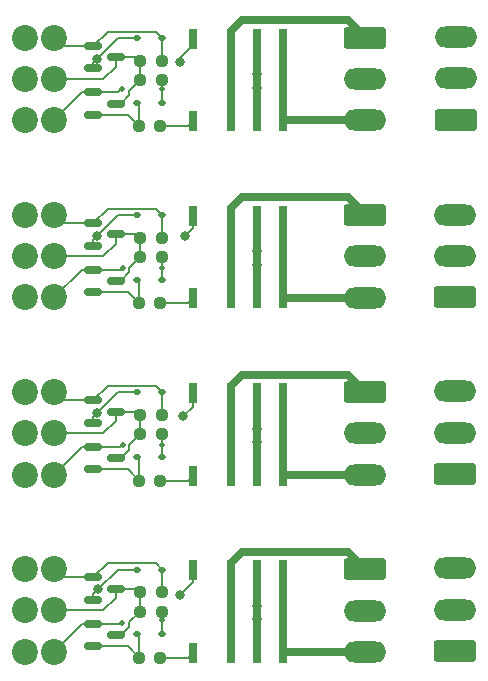
<source format=gbr>
%TF.GenerationSoftware,KiCad,Pcbnew,8.0.5*%
%TF.CreationDate,2025-06-13T11:28:52+02:00*%
%TF.ProjectId,insulFrogExtensionSMD,696e7375-6c46-4726-9f67-457874656e73,rev?*%
%TF.SameCoordinates,Original*%
%TF.FileFunction,Copper,L1,Top*%
%TF.FilePolarity,Positive*%
%FSLAX46Y46*%
G04 Gerber Fmt 4.6, Leading zero omitted, Abs format (unit mm)*
G04 Created by KiCad (PCBNEW 8.0.5) date 2025-06-13 11:28:52*
%MOMM*%
%LPD*%
G01*
G04 APERTURE LIST*
G04 Aperture macros list*
%AMRoundRect*
0 Rectangle with rounded corners*
0 $1 Rounding radius*
0 $2 $3 $4 $5 $6 $7 $8 $9 X,Y pos of 4 corners*
0 Add a 4 corners polygon primitive as box body*
4,1,4,$2,$3,$4,$5,$6,$7,$8,$9,$2,$3,0*
0 Add four circle primitives for the rounded corners*
1,1,$1+$1,$2,$3*
1,1,$1+$1,$4,$5*
1,1,$1+$1,$6,$7*
1,1,$1+$1,$8,$9*
0 Add four rect primitives between the rounded corners*
20,1,$1+$1,$2,$3,$4,$5,0*
20,1,$1+$1,$4,$5,$6,$7,0*
20,1,$1+$1,$6,$7,$8,$9,0*
20,1,$1+$1,$8,$9,$2,$3,0*%
G04 Aperture macros list end*
%TA.AperFunction,ComponentPad*%
%ADD10O,3.600000X1.800000*%
%TD*%
%TA.AperFunction,ComponentPad*%
%ADD11RoundRect,0.250000X1.550000X-0.650000X1.550000X0.650000X-1.550000X0.650000X-1.550000X-0.650000X0*%
%TD*%
%TA.AperFunction,SMDPad,CuDef*%
%ADD12RoundRect,0.237500X-0.250000X-0.237500X0.250000X-0.237500X0.250000X0.237500X-0.250000X0.237500X0*%
%TD*%
%TA.AperFunction,ComponentPad*%
%ADD13RoundRect,0.250000X-1.550000X0.650000X-1.550000X-0.650000X1.550000X-0.650000X1.550000X0.650000X0*%
%TD*%
%TA.AperFunction,SMDPad,CuDef*%
%ADD14RoundRect,0.112500X0.187500X0.112500X-0.187500X0.112500X-0.187500X-0.112500X0.187500X-0.112500X0*%
%TD*%
%TA.AperFunction,SMDPad,CuDef*%
%ADD15R,0.800000X1.800000*%
%TD*%
%TA.AperFunction,SMDPad,CuDef*%
%ADD16RoundRect,0.150000X-0.587500X-0.150000X0.587500X-0.150000X0.587500X0.150000X-0.587500X0.150000X0*%
%TD*%
%TA.AperFunction,ComponentPad*%
%ADD17C,2.200000*%
%TD*%
%TA.AperFunction,ViaPad*%
%ADD18C,0.500000*%
%TD*%
%TA.AperFunction,ViaPad*%
%ADD19C,0.800000*%
%TD*%
%TA.AperFunction,Conductor*%
%ADD20C,0.200000*%
%TD*%
%TA.AperFunction,Conductor*%
%ADD21C,0.700000*%
%TD*%
G04 APERTURE END LIST*
D10*
%TO.P,J11,3,Pin_3*%
%TO.N,/relay4/coilB*%
X120943000Y-119945000D03*
%TO.P,J11,2,Pin_2*%
%TO.N,/relay4/common*%
X120943000Y-123445000D03*
D11*
%TO.P,J11,1,Pin_1*%
%TO.N,/relay4/coilA*%
X120943000Y-126945000D03*
%TD*%
%TO.P,J8,1,Pin_1*%
%TO.N,/relay3/coilA*%
X120943000Y-111945000D03*
D10*
%TO.P,J8,2,Pin_2*%
%TO.N,/relay3/common*%
X120943000Y-108445000D03*
%TO.P,J8,3,Pin_3*%
%TO.N,/relay3/coilB*%
X120943000Y-104945000D03*
%TD*%
D11*
%TO.P,J3,1,Pin_1*%
%TO.N,/relay1/coilA*%
X121000000Y-81945000D03*
D10*
%TO.P,J3,2,Pin_2*%
%TO.N,/relay1/common*%
X121000000Y-78445000D03*
%TO.P,J3,3,Pin_3*%
%TO.N,/relay1/coilB*%
X121000000Y-74945000D03*
%TD*%
D12*
%TO.P,R12,1*%
%TO.N,Net-(D8-A)*%
X94175000Y-127500000D03*
%TO.P,R12,2*%
%TO.N,Net-(K4-Pad1)*%
X96000000Y-127500000D03*
%TD*%
%TO.P,R11,1*%
%TO.N,Net-(D6-A)*%
X94175000Y-112500000D03*
%TO.P,R11,2*%
%TO.N,Net-(K3-Pad1)*%
X96000000Y-112500000D03*
%TD*%
%TO.P,R10,1*%
%TO.N,Net-(D4-A)*%
X94175000Y-97500000D03*
%TO.P,R10,2*%
%TO.N,Net-(K2-Pad1)*%
X96000000Y-97500000D03*
%TD*%
%TO.P,R9,1*%
%TO.N,Net-(D2-A)*%
X94175000Y-82500000D03*
%TO.P,R9,2*%
%TO.N,Net-(K1-Pad1)*%
X96000000Y-82500000D03*
%TD*%
D13*
%TO.P,J12,1,Pin_1*%
%TO.N,/relay4/DCC_A*%
X113357500Y-120017500D03*
D10*
%TO.P,J12,2,Pin_2*%
%TO.N,Net-(J12-Pin_2)*%
X113357500Y-123517500D03*
%TO.P,J12,3,Pin_3*%
%TO.N,/relay4/DCC_B*%
X113357500Y-127017500D03*
%TD*%
D13*
%TO.P,J9,1,Pin_1*%
%TO.N,/relay3/DCC_A*%
X113357500Y-105017500D03*
D10*
%TO.P,J9,2,Pin_2*%
%TO.N,Net-(J9-Pin_2)*%
X113357500Y-108517500D03*
%TO.P,J9,3,Pin_3*%
%TO.N,/relay3/DCC_B*%
X113357500Y-112017500D03*
%TD*%
D13*
%TO.P,J6,1,Pin_1*%
%TO.N,/relay2/DCC_A*%
X113357500Y-90017500D03*
D10*
%TO.P,J6,2,Pin_2*%
%TO.N,Net-(J6-Pin_2)*%
X113357500Y-93517500D03*
%TO.P,J6,3,Pin_3*%
%TO.N,/relay2/DCC_B*%
X113357500Y-97017500D03*
%TD*%
D13*
%TO.P,J5,1,Pin_1*%
%TO.N,/relay1/DCC_A*%
X113357500Y-75017500D03*
D10*
%TO.P,J5,2,Pin_2*%
%TO.N,Net-(J5-Pin_2)*%
X113357500Y-78517500D03*
%TO.P,J5,3,Pin_3*%
%TO.N,/relay1/DCC_B*%
X113357500Y-82017500D03*
%TD*%
D14*
%TO.P,D3,1,K*%
%TO.N,/relay2/coilB*%
X96124000Y-90039000D03*
%TO.P,D3,2,A*%
%TO.N,Net-(D3-A)*%
X94024000Y-90039000D03*
%TD*%
D15*
%TO.P,K4,1*%
%TO.N,Net-(K4-Pad1)*%
X98737500Y-127087000D03*
%TO.P,K4,2*%
%TO.N,/relay4/DCC_A*%
X101937500Y-127087000D03*
%TO.P,K4,3*%
%TO.N,Net-(J12-Pin_2)*%
X104137500Y-127087000D03*
%TO.P,K4,4*%
%TO.N,/relay4/DCC_B*%
X106337500Y-127087000D03*
%TO.P,K4,5*%
X106337500Y-120087000D03*
%TO.P,K4,6*%
%TO.N,Net-(J12-Pin_2)*%
X104137500Y-120087000D03*
%TO.P,K4,7*%
%TO.N,/relay4/DCC_A*%
X101937500Y-120087000D03*
%TO.P,K4,8*%
%TO.N,Net-(D7-A)*%
X98737500Y-120087000D03*
%TD*%
D12*
%TO.P,R7,1*%
%TO.N,/relay4/common*%
X94288500Y-121944000D03*
%TO.P,R7,2*%
%TO.N,/relay4/coilB*%
X96113500Y-121944000D03*
%TD*%
D16*
%TO.P,Q1,1,B*%
%TO.N,/relay1/coilB*%
X90326500Y-75710000D03*
%TO.P,Q1,2,E*%
%TO.N,Net-(D1-A)*%
X90326500Y-77610000D03*
%TO.P,Q1,3,C*%
%TO.N,/relay1/common*%
X92201500Y-76660000D03*
%TD*%
%TO.P,Q5,1,B*%
%TO.N,/relay3/coilB*%
X90326500Y-105710000D03*
%TO.P,Q5,2,E*%
%TO.N,Net-(D5-A)*%
X90326500Y-107610000D03*
%TO.P,Q5,3,C*%
%TO.N,/relay3/common*%
X92201500Y-106660000D03*
%TD*%
D12*
%TO.P,R2,1*%
%TO.N,/relay1/common*%
X94288500Y-78595000D03*
%TO.P,R2,2*%
%TO.N,/relay1/coilA*%
X96113500Y-78595000D03*
%TD*%
D16*
%TO.P,Q7,1,B*%
%TO.N,/relay4/coilB*%
X90326500Y-120710000D03*
%TO.P,Q7,2,E*%
%TO.N,Net-(D7-A)*%
X90326500Y-122610000D03*
%TO.P,Q7,3,C*%
%TO.N,/relay4/common*%
X92201500Y-121660000D03*
%TD*%
%TO.P,Q3,1,B*%
%TO.N,/relay2/coilB*%
X90326500Y-90710000D03*
%TO.P,Q3,2,E*%
%TO.N,Net-(D3-A)*%
X90326500Y-92610000D03*
%TO.P,Q3,3,C*%
%TO.N,/relay2/common*%
X92201500Y-91660000D03*
%TD*%
D12*
%TO.P,R6,1*%
%TO.N,/relay3/common*%
X94288500Y-108595000D03*
%TO.P,R6,2*%
%TO.N,/relay3/coilA*%
X96113500Y-108595000D03*
%TD*%
%TO.P,R1,1*%
%TO.N,/relay1/common*%
X94288500Y-76944000D03*
%TO.P,R1,2*%
%TO.N,/relay1/coilB*%
X96113500Y-76944000D03*
%TD*%
D14*
%TO.P,D1,1,K*%
%TO.N,/relay1/coilB*%
X96124000Y-75039000D03*
%TO.P,D1,2,A*%
%TO.N,Net-(D1-A)*%
X94024000Y-75039000D03*
%TD*%
D12*
%TO.P,R5,1*%
%TO.N,/relay3/common*%
X94288500Y-106944000D03*
%TO.P,R5,2*%
%TO.N,/relay3/coilB*%
X96113500Y-106944000D03*
%TD*%
D14*
%TO.P,D4,1,K*%
%TO.N,/relay2/coilA*%
X96124000Y-95500000D03*
%TO.P,D4,2,A*%
%TO.N,Net-(D4-A)*%
X94024000Y-95500000D03*
%TD*%
D17*
%TO.P,J10,1,Pin_1*%
%TO.N,/relay4/coilA*%
X87000000Y-127000000D03*
X84500000Y-127000000D03*
%TO.P,J10,2,Pin_2*%
%TO.N,/relay4/common*%
X87000000Y-123500000D03*
X84500000Y-123500000D03*
%TO.P,J10,3,Pin_3*%
%TO.N,/relay4/coilB*%
X87000000Y-120000000D03*
X84500000Y-120000000D03*
%TD*%
D16*
%TO.P,Q6,1,B*%
%TO.N,/relay3/coilA*%
X90326500Y-109647000D03*
%TO.P,Q6,2,E*%
%TO.N,Net-(D6-A)*%
X90326500Y-111547000D03*
%TO.P,Q6,3,C*%
%TO.N,/relay3/common*%
X92201500Y-110597000D03*
%TD*%
D15*
%TO.P,K3,1*%
%TO.N,Net-(K3-Pad1)*%
X98737500Y-112087000D03*
%TO.P,K3,2*%
%TO.N,/relay3/DCC_A*%
X101937500Y-112087000D03*
%TO.P,K3,3*%
%TO.N,Net-(J9-Pin_2)*%
X104137500Y-112087000D03*
%TO.P,K3,4*%
%TO.N,/relay3/DCC_B*%
X106337500Y-112087000D03*
%TO.P,K3,5*%
X106337500Y-105087000D03*
%TO.P,K3,6*%
%TO.N,Net-(J9-Pin_2)*%
X104137500Y-105087000D03*
%TO.P,K3,7*%
%TO.N,/relay3/DCC_A*%
X101937500Y-105087000D03*
%TO.P,K3,8*%
%TO.N,Net-(D5-A)*%
X98737500Y-105087000D03*
%TD*%
D14*
%TO.P,D2,1,K*%
%TO.N,/relay1/coilA*%
X96124000Y-80500000D03*
%TO.P,D2,2,A*%
%TO.N,Net-(D2-A)*%
X94024000Y-80500000D03*
%TD*%
D11*
%TO.P,J4,1,Pin_1*%
%TO.N,/relay2/coilA*%
X120943000Y-97000000D03*
D10*
%TO.P,J4,2,Pin_2*%
%TO.N,/relay2/common*%
X120943000Y-93500000D03*
%TO.P,J4,3,Pin_3*%
%TO.N,/relay2/coilB*%
X120943000Y-90000000D03*
%TD*%
D14*
%TO.P,D7,1,K*%
%TO.N,/relay4/coilB*%
X96124000Y-120039000D03*
%TO.P,D7,2,A*%
%TO.N,Net-(D7-A)*%
X94024000Y-120039000D03*
%TD*%
D17*
%TO.P,J7,1,Pin_1*%
%TO.N,/relay3/coilA*%
X87000000Y-112000000D03*
X84500000Y-112000000D03*
%TO.P,J7,2,Pin_2*%
%TO.N,/relay3/common*%
X87000000Y-108500000D03*
X84500000Y-108500000D03*
%TO.P,J7,3,Pin_3*%
%TO.N,/relay3/coilB*%
X87000000Y-105000000D03*
X84500000Y-105000000D03*
%TD*%
D14*
%TO.P,D6,1,K*%
%TO.N,/relay3/coilA*%
X96124000Y-110500000D03*
%TO.P,D6,2,A*%
%TO.N,Net-(D6-A)*%
X94024000Y-110500000D03*
%TD*%
D16*
%TO.P,Q8,1,B*%
%TO.N,/relay4/coilA*%
X90326500Y-124647000D03*
%TO.P,Q8,2,E*%
%TO.N,Net-(D8-A)*%
X90326500Y-126547000D03*
%TO.P,Q8,3,C*%
%TO.N,/relay4/common*%
X92201500Y-125597000D03*
%TD*%
D12*
%TO.P,R3,1*%
%TO.N,/relay2/common*%
X94288500Y-91944000D03*
%TO.P,R3,2*%
%TO.N,/relay2/coilB*%
X96113500Y-91944000D03*
%TD*%
%TO.P,R8,1*%
%TO.N,/relay4/common*%
X94288500Y-123595000D03*
%TO.P,R8,2*%
%TO.N,/relay4/coilA*%
X96113500Y-123595000D03*
%TD*%
D16*
%TO.P,Q2,1,B*%
%TO.N,/relay1/coilA*%
X90326500Y-79647000D03*
%TO.P,Q2,2,E*%
%TO.N,Net-(D2-A)*%
X90326500Y-81547000D03*
%TO.P,Q2,3,C*%
%TO.N,/relay1/common*%
X92201500Y-80597000D03*
%TD*%
D15*
%TO.P,K2,1*%
%TO.N,Net-(K2-Pad1)*%
X98737500Y-97087000D03*
%TO.P,K2,2*%
%TO.N,/relay2/DCC_A*%
X101937500Y-97087000D03*
%TO.P,K2,3*%
%TO.N,Net-(J6-Pin_2)*%
X104137500Y-97087000D03*
%TO.P,K2,4*%
%TO.N,/relay2/DCC_B*%
X106337500Y-97087000D03*
%TO.P,K2,5*%
X106337500Y-90087000D03*
%TO.P,K2,6*%
%TO.N,Net-(J6-Pin_2)*%
X104137500Y-90087000D03*
%TO.P,K2,7*%
%TO.N,/relay2/DCC_A*%
X101937500Y-90087000D03*
%TO.P,K2,8*%
%TO.N,Net-(D3-A)*%
X98737500Y-90087000D03*
%TD*%
%TO.P,K1,1*%
%TO.N,Net-(K1-Pad1)*%
X98737500Y-82087000D03*
%TO.P,K1,2*%
%TO.N,/relay1/DCC_A*%
X101937500Y-82087000D03*
%TO.P,K1,3*%
%TO.N,Net-(J5-Pin_2)*%
X104137500Y-82087000D03*
%TO.P,K1,4*%
%TO.N,/relay1/DCC_B*%
X106337500Y-82087000D03*
%TO.P,K1,5*%
X106337500Y-75087000D03*
%TO.P,K1,6*%
%TO.N,Net-(J5-Pin_2)*%
X104137500Y-75087000D03*
%TO.P,K1,7*%
%TO.N,/relay1/DCC_A*%
X101937500Y-75087000D03*
%TO.P,K1,8*%
%TO.N,Net-(D1-A)*%
X98737500Y-75087000D03*
%TD*%
D14*
%TO.P,D8,1,K*%
%TO.N,/relay4/coilA*%
X96124000Y-125500000D03*
%TO.P,D8,2,A*%
%TO.N,Net-(D8-A)*%
X94024000Y-125500000D03*
%TD*%
D16*
%TO.P,Q4,1,B*%
%TO.N,/relay2/coilA*%
X90326500Y-94647000D03*
%TO.P,Q4,2,E*%
%TO.N,Net-(D4-A)*%
X90326500Y-96547000D03*
%TO.P,Q4,3,C*%
%TO.N,/relay2/common*%
X92201500Y-95597000D03*
%TD*%
D17*
%TO.P,J1,1,Pin_1*%
%TO.N,/relay2/coilA*%
X87000000Y-97000000D03*
X84500000Y-97000000D03*
%TO.P,J1,2,Pin_2*%
%TO.N,/relay2/common*%
X87000000Y-93500000D03*
X84500000Y-93500000D03*
%TO.P,J1,3,Pin_3*%
%TO.N,/relay2/coilB*%
X87000000Y-90000000D03*
X84500000Y-90000000D03*
%TD*%
%TO.P,J2,3,Pin_3*%
%TO.N,/relay1/coilB*%
X84500000Y-75000000D03*
X87000000Y-75000000D03*
%TO.P,J2,2,Pin_2*%
%TO.N,/relay1/common*%
X84500000Y-78500000D03*
X87000000Y-78500000D03*
%TO.P,J2,1,Pin_1*%
%TO.N,/relay1/coilA*%
X84500000Y-82000000D03*
X87000000Y-82000000D03*
%TD*%
D14*
%TO.P,D5,1,K*%
%TO.N,/relay3/coilB*%
X96124000Y-105039000D03*
%TO.P,D5,2,A*%
%TO.N,Net-(D5-A)*%
X94024000Y-105039000D03*
%TD*%
D12*
%TO.P,R4,1*%
%TO.N,/relay2/common*%
X94288500Y-93595000D03*
%TO.P,R4,2*%
%TO.N,/relay2/coilA*%
X96113500Y-93595000D03*
%TD*%
D18*
%TO.N,/relay1/coilA*%
X96124000Y-79375000D03*
X92710000Y-79375000D03*
%TO.N,/relay2/coilA*%
X96124000Y-94488000D03*
X92796104Y-94485404D03*
%TO.N,/relay3/coilA*%
X96124000Y-109474000D03*
X92799007Y-109453971D03*
%TO.N,/relay4/coilA*%
X96124000Y-124333000D03*
X92710000Y-124587000D03*
D19*
%TO.N,Net-(D7-A)*%
X90713276Y-121701276D03*
X97663000Y-122174000D03*
%TO.N,Net-(D5-A)*%
X90642776Y-106771776D03*
X97917000Y-107061000D03*
%TO.N,Net-(D3-A)*%
X90635776Y-91778776D03*
X98044000Y-91821000D03*
%TO.N,Net-(D1-A)*%
X90628776Y-76785776D03*
X97663000Y-77089000D03*
%TO.N,Net-(J12-Pin_2)*%
X104137500Y-123105000D03*
X104140000Y-124248000D03*
%TO.N,Net-(J9-Pin_2)*%
X104137500Y-108105000D03*
X104140000Y-109248000D03*
%TO.N,Net-(J6-Pin_2)*%
X104137500Y-93105000D03*
X104140000Y-94248000D03*
%TO.N,Net-(J5-Pin_2)*%
X104140000Y-79248000D03*
X104137500Y-78105000D03*
%TD*%
D20*
%TO.N,/relay1/coilA*%
X96124000Y-80500000D02*
X96124000Y-79375000D01*
X96124000Y-79375000D02*
X96124000Y-78605500D01*
X92438000Y-79647000D02*
X92710000Y-79375000D01*
X90326500Y-79647000D02*
X92438000Y-79647000D01*
%TO.N,/relay2/coilA*%
X96124000Y-94488000D02*
X96124000Y-93605500D01*
X96124000Y-95500000D02*
X96124000Y-94488000D01*
X92634508Y-94647000D02*
X92796104Y-94485404D01*
X90326500Y-94647000D02*
X92634508Y-94647000D01*
%TO.N,/relay3/coilA*%
X96124000Y-109474000D02*
X96124000Y-108605500D01*
X96124000Y-110500000D02*
X96124000Y-109474000D01*
X90326500Y-109647000D02*
X92605978Y-109647000D01*
X92605978Y-109647000D02*
X92799007Y-109453971D01*
%TO.N,/relay4/coilA*%
X96124000Y-124333000D02*
X96124000Y-123605500D01*
X96124000Y-125500000D02*
X96124000Y-124333000D01*
X92650000Y-124647000D02*
X92710000Y-124587000D01*
X90326500Y-124647000D02*
X92650000Y-124647000D01*
%TO.N,Net-(D7-A)*%
X92375552Y-120039000D02*
X90713276Y-121701276D01*
X98737500Y-121099500D02*
X97663000Y-122174000D01*
X90713276Y-121701276D02*
X90326500Y-122088052D01*
X98737500Y-120087000D02*
X98737500Y-121099500D01*
%TO.N,Net-(D5-A)*%
X90642776Y-106771776D02*
X90326500Y-107088052D01*
X92375552Y-105039000D02*
X90642776Y-106771776D01*
X98737500Y-106240500D02*
X97917000Y-107061000D01*
X98737500Y-105087000D02*
X98737500Y-106240500D01*
%TO.N,Net-(D3-A)*%
X92375552Y-90039000D02*
X90635776Y-91778776D01*
X98737500Y-91127500D02*
X98044000Y-91821000D01*
X90635776Y-91778776D02*
X90326500Y-92088052D01*
X98737500Y-90087000D02*
X98737500Y-91127500D01*
%TO.N,Net-(D1-A)*%
X97663000Y-76708000D02*
X97663000Y-77089000D01*
X98737500Y-75087000D02*
X98737500Y-75633500D01*
X98737500Y-75633500D02*
X97663000Y-76708000D01*
X90628776Y-76785776D02*
X90326500Y-77088052D01*
X92375552Y-75039000D02*
X90628776Y-76785776D01*
%TO.N,Net-(D8-A)*%
X94175000Y-127500000D02*
X94175000Y-125651000D01*
X94175000Y-125651000D02*
X94024000Y-125500000D01*
X90326500Y-126547000D02*
X93222000Y-126547000D01*
X93222000Y-126547000D02*
X94175000Y-127500000D01*
%TO.N,Net-(K4-Pad1)*%
X98324500Y-127500000D02*
X98737500Y-127087000D01*
X96000000Y-127500000D02*
X98324500Y-127500000D01*
%TO.N,/relay4/coilA*%
X96124000Y-123605500D02*
X96113500Y-123595000D01*
%TO.N,/relay4/coilB*%
X96113500Y-121944000D02*
X96113500Y-120049500D01*
X96113500Y-120049500D02*
X96124000Y-120039000D01*
%TO.N,Net-(D7-A)*%
X94024000Y-120039000D02*
X92375552Y-120039000D01*
X90326500Y-122088052D02*
X90326500Y-122610000D01*
%TO.N,/relay4/coilB*%
X90326500Y-120710000D02*
X91522500Y-119514000D01*
X91522500Y-119514000D02*
X95599000Y-119514000D01*
X95599000Y-119514000D02*
X96124000Y-120039000D01*
%TO.N,/relay4/common*%
X94288500Y-123595000D02*
X94288500Y-121944000D01*
X92201500Y-121660000D02*
X94004500Y-121660000D01*
X94004500Y-121660000D02*
X94288500Y-121944000D01*
X92201500Y-125597000D02*
X92631000Y-125597000D01*
X94270250Y-123595000D02*
X94288500Y-123595000D01*
X92631000Y-125597000D02*
X93345000Y-124883000D01*
X93345000Y-124883000D02*
X93345000Y-124520250D01*
X93345000Y-124520250D02*
X94270250Y-123595000D01*
D21*
%TO.N,/relay4/DCC_B*%
X106337500Y-127087000D02*
X106337500Y-120087000D01*
%TO.N,/relay4/DCC_A*%
X101937500Y-120087000D02*
X101937500Y-127087000D01*
%TO.N,/relay4/DCC_B*%
X113357500Y-127017500D02*
X106407000Y-127017500D01*
X106407000Y-127017500D02*
X106337500Y-127087000D01*
%TO.N,/relay4/DCC_A*%
X111873000Y-118533000D02*
X113357500Y-120017500D01*
X101937500Y-119465500D02*
X102870000Y-118533000D01*
X101937500Y-120087000D02*
X101937500Y-119465500D01*
X102870000Y-118533000D02*
X111873000Y-118533000D01*
%TO.N,Net-(J12-Pin_2)*%
X104137500Y-123105000D02*
X104137500Y-127087000D01*
X104137500Y-120087000D02*
X104137500Y-123105000D01*
D20*
%TO.N,/relay4/coilA*%
X90326500Y-124647000D02*
X89353000Y-124647000D01*
X89353000Y-124647000D02*
X87000000Y-127000000D01*
%TO.N,/relay4/coilB*%
X90326500Y-120710000D02*
X87710000Y-120710000D01*
X87710000Y-120710000D02*
X87000000Y-120000000D01*
%TO.N,/relay4/common*%
X92201500Y-122470500D02*
X91172000Y-123500000D01*
X92201500Y-121660000D02*
X92201500Y-122470500D01*
X91172000Y-123500000D02*
X87000000Y-123500000D01*
%TO.N,Net-(D6-A)*%
X94175000Y-112500000D02*
X94175000Y-110651000D01*
X94175000Y-110651000D02*
X94024000Y-110500000D01*
X90326500Y-111547000D02*
X93222000Y-111547000D01*
X93222000Y-111547000D02*
X94175000Y-112500000D01*
%TO.N,Net-(K3-Pad1)*%
X98324500Y-112500000D02*
X98737500Y-112087000D01*
X96000000Y-112500000D02*
X98324500Y-112500000D01*
%TO.N,/relay3/coilA*%
X96124000Y-108605500D02*
X96113500Y-108595000D01*
%TO.N,/relay3/coilB*%
X96113500Y-106944000D02*
X96113500Y-105049500D01*
X96113500Y-105049500D02*
X96124000Y-105039000D01*
%TO.N,Net-(D5-A)*%
X94024000Y-105039000D02*
X92375552Y-105039000D01*
X90326500Y-107088052D02*
X90326500Y-107610000D01*
%TO.N,/relay3/coilB*%
X90326500Y-105710000D02*
X91522500Y-104514000D01*
X91522500Y-104514000D02*
X95599000Y-104514000D01*
X95599000Y-104514000D02*
X96124000Y-105039000D01*
%TO.N,/relay3/common*%
X94288500Y-108595000D02*
X94288500Y-106944000D01*
X92201500Y-106660000D02*
X94004500Y-106660000D01*
X94004500Y-106660000D02*
X94288500Y-106944000D01*
X92201500Y-110597000D02*
X92631000Y-110597000D01*
X94270250Y-108595000D02*
X94288500Y-108595000D01*
X92631000Y-110597000D02*
X93345000Y-109883000D01*
X93345000Y-109883000D02*
X93345000Y-109520250D01*
X93345000Y-109520250D02*
X94270250Y-108595000D01*
D21*
%TO.N,/relay3/DCC_B*%
X106337500Y-112087000D02*
X106337500Y-105087000D01*
%TO.N,/relay3/DCC_A*%
X101937500Y-105087000D02*
X101937500Y-112087000D01*
%TO.N,/relay3/DCC_B*%
X113357500Y-112017500D02*
X106407000Y-112017500D01*
X106407000Y-112017500D02*
X106337500Y-112087000D01*
%TO.N,/relay3/DCC_A*%
X111873000Y-103533000D02*
X113357500Y-105017500D01*
X101937500Y-104465500D02*
X102870000Y-103533000D01*
X101937500Y-105087000D02*
X101937500Y-104465500D01*
X102870000Y-103533000D02*
X111873000Y-103533000D01*
%TO.N,Net-(J9-Pin_2)*%
X104137500Y-108105000D02*
X104137500Y-112087000D01*
X104137500Y-105087000D02*
X104137500Y-108105000D01*
D20*
%TO.N,/relay3/coilA*%
X90326500Y-109647000D02*
X89353000Y-109647000D01*
X89353000Y-109647000D02*
X87000000Y-112000000D01*
%TO.N,/relay3/coilB*%
X90326500Y-105710000D02*
X87710000Y-105710000D01*
X87710000Y-105710000D02*
X87000000Y-105000000D01*
%TO.N,/relay3/common*%
X92201500Y-107470500D02*
X91172000Y-108500000D01*
X92201500Y-106660000D02*
X92201500Y-107470500D01*
X91172000Y-108500000D02*
X87000000Y-108500000D01*
%TO.N,Net-(D4-A)*%
X94175000Y-97500000D02*
X94175000Y-95651000D01*
X94175000Y-95651000D02*
X94024000Y-95500000D01*
X90326500Y-96547000D02*
X93222000Y-96547000D01*
X93222000Y-96547000D02*
X94175000Y-97500000D01*
%TO.N,Net-(K2-Pad1)*%
X98324500Y-97500000D02*
X98737500Y-97087000D01*
X96000000Y-97500000D02*
X98324500Y-97500000D01*
%TO.N,/relay2/coilA*%
X96124000Y-93605500D02*
X96113500Y-93595000D01*
%TO.N,/relay2/coilB*%
X96113500Y-91944000D02*
X96113500Y-90049500D01*
X96113500Y-90049500D02*
X96124000Y-90039000D01*
%TO.N,Net-(D3-A)*%
X94024000Y-90039000D02*
X92375552Y-90039000D01*
X90326500Y-92088052D02*
X90326500Y-92610000D01*
%TO.N,/relay2/coilB*%
X90326500Y-90710000D02*
X91522500Y-89514000D01*
X91522500Y-89514000D02*
X95599000Y-89514000D01*
X95599000Y-89514000D02*
X96124000Y-90039000D01*
%TO.N,/relay2/common*%
X94288500Y-93595000D02*
X94288500Y-91944000D01*
X92201500Y-91660000D02*
X94004500Y-91660000D01*
X94004500Y-91660000D02*
X94288500Y-91944000D01*
X92201500Y-95597000D02*
X92631000Y-95597000D01*
X94270250Y-93595000D02*
X94288500Y-93595000D01*
X92631000Y-95597000D02*
X93345000Y-94883000D01*
X93345000Y-94883000D02*
X93345000Y-94520250D01*
X93345000Y-94520250D02*
X94270250Y-93595000D01*
D21*
%TO.N,/relay2/DCC_B*%
X106337500Y-97087000D02*
X106337500Y-90087000D01*
%TO.N,/relay2/DCC_A*%
X101937500Y-90087000D02*
X101937500Y-97087000D01*
%TO.N,/relay2/DCC_B*%
X113357500Y-97017500D02*
X106407000Y-97017500D01*
X106407000Y-97017500D02*
X106337500Y-97087000D01*
%TO.N,/relay2/DCC_A*%
X111873000Y-88533000D02*
X113357500Y-90017500D01*
X101937500Y-89465500D02*
X102870000Y-88533000D01*
X101937500Y-90087000D02*
X101937500Y-89465500D01*
X102870000Y-88533000D02*
X111873000Y-88533000D01*
%TO.N,Net-(J6-Pin_2)*%
X104137500Y-93105000D02*
X104137500Y-97087000D01*
X104137500Y-90087000D02*
X104137500Y-93105000D01*
D20*
%TO.N,/relay2/coilA*%
X90326500Y-94647000D02*
X89353000Y-94647000D01*
X89353000Y-94647000D02*
X87000000Y-97000000D01*
%TO.N,/relay2/coilB*%
X90326500Y-90710000D02*
X87710000Y-90710000D01*
X87710000Y-90710000D02*
X87000000Y-90000000D01*
%TO.N,/relay2/common*%
X92201500Y-92470500D02*
X91172000Y-93500000D01*
X92201500Y-91660000D02*
X92201500Y-92470500D01*
X91172000Y-93500000D02*
X87000000Y-93500000D01*
%TO.N,/relay1/common*%
X91172000Y-78500000D02*
X87000000Y-78500000D01*
X92201500Y-76660000D02*
X92201500Y-77470500D01*
X92201500Y-77470500D02*
X91172000Y-78500000D01*
%TO.N,/relay1/coilB*%
X87710000Y-75710000D02*
X87000000Y-75000000D01*
X90326500Y-75710000D02*
X87710000Y-75710000D01*
%TO.N,/relay1/coilA*%
X89353000Y-79647000D02*
X87000000Y-82000000D01*
X90326500Y-79647000D02*
X89353000Y-79647000D01*
D21*
%TO.N,Net-(J5-Pin_2)*%
X104137500Y-75087000D02*
X104137500Y-78105000D01*
X104137500Y-78105000D02*
X104137500Y-82087000D01*
%TO.N,/relay1/DCC_A*%
X102870000Y-73533000D02*
X111873000Y-73533000D01*
X101937500Y-75087000D02*
X101937500Y-74465500D01*
X101937500Y-74465500D02*
X102870000Y-73533000D01*
X111873000Y-73533000D02*
X113357500Y-75017500D01*
%TO.N,/relay1/DCC_B*%
X106407000Y-82017500D02*
X106337500Y-82087000D01*
X113357500Y-82017500D02*
X106407000Y-82017500D01*
%TO.N,/relay1/DCC_A*%
X101937500Y-75087000D02*
X101937500Y-82087000D01*
%TO.N,/relay1/DCC_B*%
X106337500Y-82087000D02*
X106337500Y-75087000D01*
D20*
%TO.N,/relay1/common*%
X93345000Y-79520250D02*
X94270250Y-78595000D01*
X93345000Y-79883000D02*
X93345000Y-79520250D01*
X92631000Y-80597000D02*
X93345000Y-79883000D01*
X94270250Y-78595000D02*
X94288500Y-78595000D01*
X92201500Y-80597000D02*
X92631000Y-80597000D01*
X94004500Y-76660000D02*
X94288500Y-76944000D01*
X92201500Y-76660000D02*
X94004500Y-76660000D01*
X94288500Y-78595000D02*
X94288500Y-76944000D01*
%TO.N,/relay1/coilB*%
X95599000Y-74514000D02*
X96124000Y-75039000D01*
X91522500Y-74514000D02*
X95599000Y-74514000D01*
X90326500Y-75710000D02*
X91522500Y-74514000D01*
%TO.N,Net-(D1-A)*%
X90326500Y-77088052D02*
X90326500Y-77610000D01*
X94024000Y-75039000D02*
X92375552Y-75039000D01*
%TO.N,/relay1/coilB*%
X96113500Y-75049500D02*
X96124000Y-75039000D01*
X96113500Y-76944000D02*
X96113500Y-75049500D01*
%TO.N,/relay1/coilA*%
X96124000Y-78605500D02*
X96113500Y-78595000D01*
%TO.N,Net-(K1-Pad1)*%
X96000000Y-82500000D02*
X98324500Y-82500000D01*
X98324500Y-82500000D02*
X98737500Y-82087000D01*
%TO.N,Net-(D2-A)*%
X93222000Y-81547000D02*
X94175000Y-82500000D01*
X90326500Y-81547000D02*
X93222000Y-81547000D01*
X94175000Y-80651000D02*
X94024000Y-80500000D01*
X94175000Y-82500000D02*
X94175000Y-80651000D01*
%TD*%
M02*

</source>
